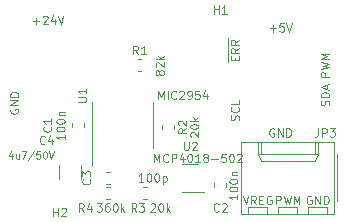
<source format=gto>
G04 #@! TF.GenerationSoftware,KiCad,Pcbnew,5.1.8-db9833491~87~ubuntu20.04.1*
G04 #@! TF.CreationDate,2020-12-04T00:25:50+00:00*
G04 #@! TF.ProjectId,LEDsupply,4c454473-7570-4706-9c79-2e6b69636164,rev?*
G04 #@! TF.SameCoordinates,Original*
G04 #@! TF.FileFunction,Legend,Top*
G04 #@! TF.FilePolarity,Positive*
%FSLAX46Y46*%
G04 Gerber Fmt 4.6, Leading zero omitted, Abs format (unit mm)*
G04 Created by KiCad (PCBNEW 5.1.8-db9833491~87~ubuntu20.04.1) date 2020-12-04 00:25:50*
%MOMM*%
%LPD*%
G01*
G04 APERTURE LIST*
%ADD10C,0.110000*%
%ADD11C,0.120000*%
%ADD12C,0.100000*%
G04 APERTURE END LIST*
D10*
X135878000Y-92456666D02*
X135878000Y-91823333D01*
X136475000Y-92290000D02*
X136475000Y-92056666D01*
X136841666Y-91956666D02*
X136841666Y-92290000D01*
X136141666Y-92290000D01*
X136141666Y-91956666D01*
X135878000Y-91823333D02*
X135878000Y-91123333D01*
X136841666Y-91256666D02*
X136508333Y-91490000D01*
X136841666Y-91656666D02*
X136141666Y-91656666D01*
X136141666Y-91390000D01*
X136175000Y-91323333D01*
X136208333Y-91290000D01*
X136275000Y-91256666D01*
X136375000Y-91256666D01*
X136441666Y-91290000D01*
X136475000Y-91323333D01*
X136508333Y-91390000D01*
X136508333Y-91656666D01*
X135878000Y-91123333D02*
X135878000Y-90423333D01*
X136841666Y-90556666D02*
X136508333Y-90790000D01*
X136841666Y-90956666D02*
X136141666Y-90956666D01*
X136141666Y-90690000D01*
X136175000Y-90623333D01*
X136208333Y-90590000D01*
X136275000Y-90556666D01*
X136375000Y-90556666D01*
X136441666Y-90590000D01*
X136475000Y-90623333D01*
X136508333Y-90690000D01*
X136508333Y-90956666D01*
X136808333Y-97353333D02*
X136841666Y-97253333D01*
X136841666Y-97086666D01*
X136808333Y-97020000D01*
X136775000Y-96986666D01*
X136708333Y-96953333D01*
X136641666Y-96953333D01*
X136575000Y-96986666D01*
X136541666Y-97020000D01*
X136508333Y-97086666D01*
X136475000Y-97220000D01*
X136441666Y-97286666D01*
X136408333Y-97320000D01*
X136341666Y-97353333D01*
X136275000Y-97353333D01*
X136208333Y-97320000D01*
X136175000Y-97286666D01*
X136141666Y-97220000D01*
X136141666Y-97053333D01*
X136175000Y-96953333D01*
X136775000Y-96253333D02*
X136808333Y-96286666D01*
X136841666Y-96386666D01*
X136841666Y-96453333D01*
X136808333Y-96553333D01*
X136741666Y-96620000D01*
X136675000Y-96653333D01*
X136541666Y-96686666D01*
X136441666Y-96686666D01*
X136308333Y-96653333D01*
X136241666Y-96620000D01*
X136175000Y-96553333D01*
X136141666Y-96453333D01*
X136141666Y-96386666D01*
X136175000Y-96286666D01*
X136208333Y-96253333D01*
X136841666Y-95620000D02*
X136841666Y-95953333D01*
X136141666Y-95953333D01*
X139801666Y-98075000D02*
X139735000Y-98041666D01*
X139635000Y-98041666D01*
X139535000Y-98075000D01*
X139468333Y-98141666D01*
X139435000Y-98208333D01*
X139401666Y-98341666D01*
X139401666Y-98441666D01*
X139435000Y-98575000D01*
X139468333Y-98641666D01*
X139535000Y-98708333D01*
X139635000Y-98741666D01*
X139701666Y-98741666D01*
X139801666Y-98708333D01*
X139835000Y-98675000D01*
X139835000Y-98441666D01*
X139701666Y-98441666D01*
X140135000Y-98741666D02*
X140135000Y-98041666D01*
X140535000Y-98741666D01*
X140535000Y-98041666D01*
X140868333Y-98741666D02*
X140868333Y-98041666D01*
X141035000Y-98041666D01*
X141135000Y-98075000D01*
X141201666Y-98141666D01*
X141235000Y-98208333D01*
X141268333Y-98341666D01*
X141268333Y-98441666D01*
X141235000Y-98575000D01*
X141201666Y-98641666D01*
X141135000Y-98708333D01*
X141035000Y-98741666D01*
X140868333Y-98741666D01*
X144428333Y-96100000D02*
X144461666Y-96000000D01*
X144461666Y-95833333D01*
X144428333Y-95766666D01*
X144395000Y-95733333D01*
X144328333Y-95700000D01*
X144261666Y-95700000D01*
X144195000Y-95733333D01*
X144161666Y-95766666D01*
X144128333Y-95833333D01*
X144095000Y-95966666D01*
X144061666Y-96033333D01*
X144028333Y-96066666D01*
X143961666Y-96100000D01*
X143895000Y-96100000D01*
X143828333Y-96066666D01*
X143795000Y-96033333D01*
X143761666Y-95966666D01*
X143761666Y-95800000D01*
X143795000Y-95700000D01*
X144461666Y-95400000D02*
X143761666Y-95400000D01*
X143761666Y-95233333D01*
X143795000Y-95133333D01*
X143861666Y-95066666D01*
X143928333Y-95033333D01*
X144061666Y-95000000D01*
X144161666Y-95000000D01*
X144295000Y-95033333D01*
X144361666Y-95066666D01*
X144428333Y-95133333D01*
X144461666Y-95233333D01*
X144461666Y-95400000D01*
X144261666Y-94733333D02*
X144261666Y-94400000D01*
X144461666Y-94800000D02*
X143761666Y-94566666D01*
X144461666Y-94333333D01*
X144461666Y-93693333D02*
X143761666Y-93693333D01*
X143761666Y-93426666D01*
X143795000Y-93360000D01*
X143828333Y-93326666D01*
X143895000Y-93293333D01*
X143995000Y-93293333D01*
X144061666Y-93326666D01*
X144095000Y-93360000D01*
X144128333Y-93426666D01*
X144128333Y-93693333D01*
X143761666Y-93060000D02*
X144461666Y-92893333D01*
X143961666Y-92760000D01*
X144461666Y-92626666D01*
X143761666Y-92460000D01*
X144461666Y-92193333D02*
X143761666Y-92193333D01*
X144261666Y-91960000D01*
X143761666Y-91726666D01*
X144461666Y-91726666D01*
X139435000Y-89585000D02*
X139968333Y-89585000D01*
X139701666Y-89851666D02*
X139701666Y-89318333D01*
X140635000Y-89151666D02*
X140301666Y-89151666D01*
X140268333Y-89485000D01*
X140301666Y-89451666D01*
X140368333Y-89418333D01*
X140535000Y-89418333D01*
X140601666Y-89451666D01*
X140635000Y-89485000D01*
X140668333Y-89551666D01*
X140668333Y-89718333D01*
X140635000Y-89785000D01*
X140601666Y-89818333D01*
X140535000Y-89851666D01*
X140368333Y-89851666D01*
X140301666Y-89818333D01*
X140268333Y-89785000D01*
X140868333Y-89151666D02*
X141101666Y-89851666D01*
X141335000Y-89151666D01*
X142976666Y-103790000D02*
X142910000Y-103756666D01*
X142810000Y-103756666D01*
X142710000Y-103790000D01*
X142643333Y-103856666D01*
X142610000Y-103923333D01*
X142576666Y-104056666D01*
X142576666Y-104156666D01*
X142610000Y-104290000D01*
X142643333Y-104356666D01*
X142710000Y-104423333D01*
X142810000Y-104456666D01*
X142876666Y-104456666D01*
X142976666Y-104423333D01*
X143010000Y-104390000D01*
X143010000Y-104156666D01*
X142876666Y-104156666D01*
X143310000Y-104456666D02*
X143310000Y-103756666D01*
X143710000Y-104456666D01*
X143710000Y-103756666D01*
X144043333Y-104456666D02*
X144043333Y-103756666D01*
X144210000Y-103756666D01*
X144310000Y-103790000D01*
X144376666Y-103856666D01*
X144410000Y-103923333D01*
X144443333Y-104056666D01*
X144443333Y-104156666D01*
X144410000Y-104290000D01*
X144376666Y-104356666D01*
X144310000Y-104423333D01*
X144210000Y-104456666D01*
X144043333Y-104456666D01*
X139986666Y-104456666D02*
X139986666Y-103756666D01*
X140253333Y-103756666D01*
X140320000Y-103790000D01*
X140353333Y-103823333D01*
X140386666Y-103890000D01*
X140386666Y-103990000D01*
X140353333Y-104056666D01*
X140320000Y-104090000D01*
X140253333Y-104123333D01*
X139986666Y-104123333D01*
X140620000Y-103756666D02*
X140786666Y-104456666D01*
X140920000Y-103956666D01*
X141053333Y-104456666D01*
X141220000Y-103756666D01*
X141486666Y-104456666D02*
X141486666Y-103756666D01*
X141720000Y-104256666D01*
X141953333Y-103756666D01*
X141953333Y-104456666D01*
X137180000Y-103756666D02*
X137413333Y-104456666D01*
X137646666Y-103756666D01*
X138280000Y-104456666D02*
X138046666Y-104123333D01*
X137880000Y-104456666D02*
X137880000Y-103756666D01*
X138146666Y-103756666D01*
X138213333Y-103790000D01*
X138246666Y-103823333D01*
X138280000Y-103890000D01*
X138280000Y-103990000D01*
X138246666Y-104056666D01*
X138213333Y-104090000D01*
X138146666Y-104123333D01*
X137880000Y-104123333D01*
X138580000Y-104090000D02*
X138813333Y-104090000D01*
X138913333Y-104456666D02*
X138580000Y-104456666D01*
X138580000Y-103756666D01*
X138913333Y-103756666D01*
X139580000Y-103790000D02*
X139513333Y-103756666D01*
X139413333Y-103756666D01*
X139313333Y-103790000D01*
X139246666Y-103856666D01*
X139213333Y-103923333D01*
X139180000Y-104056666D01*
X139180000Y-104156666D01*
X139213333Y-104290000D01*
X139246666Y-104356666D01*
X139313333Y-104423333D01*
X139413333Y-104456666D01*
X139480000Y-104456666D01*
X139580000Y-104423333D01*
X139613333Y-104390000D01*
X139613333Y-104156666D01*
X139480000Y-104156666D01*
X117506000Y-96418333D02*
X117472666Y-96485000D01*
X117472666Y-96585000D01*
X117506000Y-96685000D01*
X117572666Y-96751666D01*
X117639333Y-96785000D01*
X117772666Y-96818333D01*
X117872666Y-96818333D01*
X118006000Y-96785000D01*
X118072666Y-96751666D01*
X118139333Y-96685000D01*
X118172666Y-96585000D01*
X118172666Y-96518333D01*
X118139333Y-96418333D01*
X118106000Y-96385000D01*
X117872666Y-96385000D01*
X117872666Y-96518333D01*
X118172666Y-96085000D02*
X117472666Y-96085000D01*
X118172666Y-95685000D01*
X117472666Y-95685000D01*
X118172666Y-95351666D02*
X117472666Y-95351666D01*
X117472666Y-95185000D01*
X117506000Y-95085000D01*
X117572666Y-95018333D01*
X117639333Y-94985000D01*
X117772666Y-94951666D01*
X117872666Y-94951666D01*
X118006000Y-94985000D01*
X118072666Y-95018333D01*
X118139333Y-95085000D01*
X118172666Y-95185000D01*
X118172666Y-95351666D01*
X119416666Y-88950000D02*
X119950000Y-88950000D01*
X119683333Y-89216666D02*
X119683333Y-88683333D01*
X120250000Y-88583333D02*
X120283333Y-88550000D01*
X120350000Y-88516666D01*
X120516666Y-88516666D01*
X120583333Y-88550000D01*
X120616666Y-88583333D01*
X120650000Y-88650000D01*
X120650000Y-88716666D01*
X120616666Y-88816666D01*
X120216666Y-89216666D01*
X120650000Y-89216666D01*
X121250000Y-88750000D02*
X121250000Y-89216666D01*
X121083333Y-88483333D02*
X120916666Y-88983333D01*
X121350000Y-88983333D01*
X121516666Y-88516666D02*
X121750000Y-89216666D01*
X121983333Y-88516666D01*
D11*
G04 #@! TO.C,JP3*
X144890000Y-105265000D02*
X144890000Y-99245000D01*
X144890000Y-99245000D02*
X137050000Y-99245000D01*
X137050000Y-99245000D02*
X137050000Y-105265000D01*
X137050000Y-105265000D02*
X144890000Y-105265000D01*
X145180000Y-104235000D02*
X145180000Y-100235000D01*
X143510000Y-99245000D02*
X143510000Y-100245000D01*
X143510000Y-100245000D02*
X138430000Y-100245000D01*
X138430000Y-100245000D02*
X138430000Y-99245000D01*
X143510000Y-100245000D02*
X143260000Y-100775000D01*
X143260000Y-100775000D02*
X138680000Y-100775000D01*
X138680000Y-100775000D02*
X138430000Y-100245000D01*
X143260000Y-99245000D02*
X143260000Y-100245000D01*
X138680000Y-99245000D02*
X138680000Y-100245000D01*
X144310000Y-105265000D02*
X144310000Y-104665000D01*
X144310000Y-104665000D02*
X142710000Y-104665000D01*
X142710000Y-104665000D02*
X142710000Y-105265000D01*
X141770000Y-105265000D02*
X141770000Y-104665000D01*
X141770000Y-104665000D02*
X140170000Y-104665000D01*
X140170000Y-104665000D02*
X140170000Y-105265000D01*
X139230000Y-105265000D02*
X139230000Y-104665000D01*
X139230000Y-104665000D02*
X137630000Y-104665000D01*
X137630000Y-104665000D02*
X137630000Y-105265000D01*
G04 #@! TO.C,C1*
X123700000Y-97627221D02*
X123700000Y-97952779D01*
X122680000Y-97627221D02*
X122680000Y-97952779D01*
G04 #@! TO.C,C2*
X134745000Y-103032779D02*
X134745000Y-102707221D01*
X135765000Y-103032779D02*
X135765000Y-102707221D01*
G04 #@! TO.C,C3*
X125567221Y-102745000D02*
X125892779Y-102745000D01*
X125567221Y-101725000D02*
X125892779Y-101725000D01*
G04 #@! TO.C,C4*
X123465000Y-102332064D02*
X123465000Y-101127936D01*
X121645000Y-102332064D02*
X121645000Y-101127936D01*
G04 #@! TO.C,R1*
X128259721Y-93220000D02*
X128585279Y-93220000D01*
X128259721Y-92200000D02*
X128585279Y-92200000D01*
G04 #@! TO.C,R2*
X131320000Y-97779721D02*
X131320000Y-98105279D01*
X130300000Y-97779721D02*
X130300000Y-98105279D01*
G04 #@! TO.C,R3*
X128742221Y-102995000D02*
X129067779Y-102995000D01*
X128742221Y-104015000D02*
X129067779Y-104015000D01*
G04 #@! TO.C,R4*
X125567221Y-104015000D02*
X125892779Y-104015000D01*
X125567221Y-102995000D02*
X125892779Y-102995000D01*
G04 #@! TO.C,U1*
X124440000Y-97790000D02*
X124440000Y-101240000D01*
X124440000Y-97790000D02*
X124440000Y-95840000D01*
X129560000Y-97790000D02*
X129560000Y-99740000D01*
X129560000Y-97790000D02*
X129560000Y-95840000D01*
G04 #@! TO.C,U2*
X133415000Y-101075000D02*
X132015000Y-101075000D01*
X132015000Y-103395000D02*
X133915000Y-103395000D01*
G04 #@! TO.C,JP3*
D10*
X143561666Y-98041666D02*
X143561666Y-98541666D01*
X143528333Y-98641666D01*
X143461666Y-98708333D01*
X143361666Y-98741666D01*
X143295000Y-98741666D01*
X143895000Y-98741666D02*
X143895000Y-98041666D01*
X144161666Y-98041666D01*
X144228333Y-98075000D01*
X144261666Y-98108333D01*
X144295000Y-98175000D01*
X144295000Y-98275000D01*
X144261666Y-98341666D01*
X144228333Y-98375000D01*
X144161666Y-98408333D01*
X143895000Y-98408333D01*
X144528333Y-98041666D02*
X144961666Y-98041666D01*
X144728333Y-98308333D01*
X144828333Y-98308333D01*
X144895000Y-98341666D01*
X144928333Y-98375000D01*
X144961666Y-98441666D01*
X144961666Y-98608333D01*
X144928333Y-98675000D01*
X144895000Y-98708333D01*
X144828333Y-98741666D01*
X144628333Y-98741666D01*
X144561666Y-98708333D01*
X144528333Y-98675000D01*
G04 #@! TO.C,H2*
X121132666Y-105472666D02*
X121132666Y-104772666D01*
X121132666Y-105106000D02*
X121532666Y-105106000D01*
X121532666Y-105472666D02*
X121532666Y-104772666D01*
X121832666Y-104839333D02*
X121866000Y-104806000D01*
X121932666Y-104772666D01*
X122099333Y-104772666D01*
X122166000Y-104806000D01*
X122199333Y-104839333D01*
X122232666Y-104906000D01*
X122232666Y-104972666D01*
X122199333Y-105072666D01*
X121799333Y-105472666D01*
X122232666Y-105472666D01*
G04 #@! TO.C,H1*
X134721666Y-88327666D02*
X134721666Y-87627666D01*
X134721666Y-87961000D02*
X135121666Y-87961000D01*
X135121666Y-88327666D02*
X135121666Y-87627666D01*
X135821666Y-88327666D02*
X135421666Y-88327666D01*
X135621666Y-88327666D02*
X135621666Y-87627666D01*
X135555000Y-87727666D01*
X135488333Y-87794333D01*
X135421666Y-87827666D01*
G04 #@! TO.C,C1*
X120900000Y-97906666D02*
X120933333Y-97940000D01*
X120966666Y-98040000D01*
X120966666Y-98106666D01*
X120933333Y-98206666D01*
X120866666Y-98273333D01*
X120800000Y-98306666D01*
X120666666Y-98340000D01*
X120566666Y-98340000D01*
X120433333Y-98306666D01*
X120366666Y-98273333D01*
X120300000Y-98206666D01*
X120266666Y-98106666D01*
X120266666Y-98040000D01*
X120300000Y-97940000D01*
X120333333Y-97906666D01*
X120966666Y-97240000D02*
X120966666Y-97640000D01*
X120966666Y-97440000D02*
X120266666Y-97440000D01*
X120366666Y-97506666D01*
X120433333Y-97573333D01*
X120466666Y-97640000D01*
X122076666Y-98573333D02*
X122076666Y-98973333D01*
X122076666Y-98773333D02*
X121376666Y-98773333D01*
X121476666Y-98840000D01*
X121543333Y-98906666D01*
X121576666Y-98973333D01*
X121376666Y-98140000D02*
X121376666Y-98073333D01*
X121410000Y-98006666D01*
X121443333Y-97973333D01*
X121510000Y-97940000D01*
X121643333Y-97906666D01*
X121810000Y-97906666D01*
X121943333Y-97940000D01*
X122010000Y-97973333D01*
X122043333Y-98006666D01*
X122076666Y-98073333D01*
X122076666Y-98140000D01*
X122043333Y-98206666D01*
X122010000Y-98240000D01*
X121943333Y-98273333D01*
X121810000Y-98306666D01*
X121643333Y-98306666D01*
X121510000Y-98273333D01*
X121443333Y-98240000D01*
X121410000Y-98206666D01*
X121376666Y-98140000D01*
X121376666Y-97473333D02*
X121376666Y-97406666D01*
X121410000Y-97340000D01*
X121443333Y-97306666D01*
X121510000Y-97273333D01*
X121643333Y-97240000D01*
X121810000Y-97240000D01*
X121943333Y-97273333D01*
X122010000Y-97306666D01*
X122043333Y-97340000D01*
X122076666Y-97406666D01*
X122076666Y-97473333D01*
X122043333Y-97540000D01*
X122010000Y-97573333D01*
X121943333Y-97606666D01*
X121810000Y-97640000D01*
X121643333Y-97640000D01*
X121510000Y-97606666D01*
X121443333Y-97573333D01*
X121410000Y-97540000D01*
X121376666Y-97473333D01*
X121610000Y-96940000D02*
X122076666Y-96940000D01*
X121676666Y-96940000D02*
X121643333Y-96906666D01*
X121610000Y-96840000D01*
X121610000Y-96740000D01*
X121643333Y-96673333D01*
X121710000Y-96640000D01*
X122076666Y-96640000D01*
G04 #@! TO.C,C2*
X135138333Y-105025000D02*
X135105000Y-105058333D01*
X135005000Y-105091666D01*
X134938333Y-105091666D01*
X134838333Y-105058333D01*
X134771666Y-104991666D01*
X134738333Y-104925000D01*
X134705000Y-104791666D01*
X134705000Y-104691666D01*
X134738333Y-104558333D01*
X134771666Y-104491666D01*
X134838333Y-104425000D01*
X134938333Y-104391666D01*
X135005000Y-104391666D01*
X135105000Y-104425000D01*
X135138333Y-104458333D01*
X135405000Y-104458333D02*
X135438333Y-104425000D01*
X135505000Y-104391666D01*
X135671666Y-104391666D01*
X135738333Y-104425000D01*
X135771666Y-104458333D01*
X135805000Y-104525000D01*
X135805000Y-104591666D01*
X135771666Y-104691666D01*
X135371666Y-105091666D01*
X135805000Y-105091666D01*
X136714666Y-103653333D02*
X136714666Y-104053333D01*
X136714666Y-103853333D02*
X136014666Y-103853333D01*
X136114666Y-103920000D01*
X136181333Y-103986666D01*
X136214666Y-104053333D01*
X136014666Y-103220000D02*
X136014666Y-103153333D01*
X136048000Y-103086666D01*
X136081333Y-103053333D01*
X136148000Y-103020000D01*
X136281333Y-102986666D01*
X136448000Y-102986666D01*
X136581333Y-103020000D01*
X136648000Y-103053333D01*
X136681333Y-103086666D01*
X136714666Y-103153333D01*
X136714666Y-103220000D01*
X136681333Y-103286666D01*
X136648000Y-103320000D01*
X136581333Y-103353333D01*
X136448000Y-103386666D01*
X136281333Y-103386666D01*
X136148000Y-103353333D01*
X136081333Y-103320000D01*
X136048000Y-103286666D01*
X136014666Y-103220000D01*
X136014666Y-102553333D02*
X136014666Y-102486666D01*
X136048000Y-102420000D01*
X136081333Y-102386666D01*
X136148000Y-102353333D01*
X136281333Y-102320000D01*
X136448000Y-102320000D01*
X136581333Y-102353333D01*
X136648000Y-102386666D01*
X136681333Y-102420000D01*
X136714666Y-102486666D01*
X136714666Y-102553333D01*
X136681333Y-102620000D01*
X136648000Y-102653333D01*
X136581333Y-102686666D01*
X136448000Y-102720000D01*
X136281333Y-102720000D01*
X136148000Y-102686666D01*
X136081333Y-102653333D01*
X136048000Y-102620000D01*
X136014666Y-102553333D01*
X136248000Y-102020000D02*
X136714666Y-102020000D01*
X136314666Y-102020000D02*
X136281333Y-101986666D01*
X136248000Y-101920000D01*
X136248000Y-101820000D01*
X136281333Y-101753333D01*
X136348000Y-101720000D01*
X136714666Y-101720000D01*
G04 #@! TO.C,C3*
X124202000Y-102351666D02*
X124235333Y-102385000D01*
X124268666Y-102485000D01*
X124268666Y-102551666D01*
X124235333Y-102651666D01*
X124168666Y-102718333D01*
X124102000Y-102751666D01*
X123968666Y-102785000D01*
X123868666Y-102785000D01*
X123735333Y-102751666D01*
X123668666Y-102718333D01*
X123602000Y-102651666D01*
X123568666Y-102551666D01*
X123568666Y-102485000D01*
X123602000Y-102385000D01*
X123635333Y-102351666D01*
X123568666Y-102118333D02*
X123568666Y-101685000D01*
X123835333Y-101918333D01*
X123835333Y-101818333D01*
X123868666Y-101751666D01*
X123902000Y-101718333D01*
X123968666Y-101685000D01*
X124135333Y-101685000D01*
X124202000Y-101718333D01*
X124235333Y-101751666D01*
X124268666Y-101818333D01*
X124268666Y-102018333D01*
X124235333Y-102085000D01*
X124202000Y-102118333D01*
X128756666Y-102551666D02*
X128356666Y-102551666D01*
X128556666Y-102551666D02*
X128556666Y-101851666D01*
X128490000Y-101951666D01*
X128423333Y-102018333D01*
X128356666Y-102051666D01*
X129190000Y-101851666D02*
X129256666Y-101851666D01*
X129323333Y-101885000D01*
X129356666Y-101918333D01*
X129390000Y-101985000D01*
X129423333Y-102118333D01*
X129423333Y-102285000D01*
X129390000Y-102418333D01*
X129356666Y-102485000D01*
X129323333Y-102518333D01*
X129256666Y-102551666D01*
X129190000Y-102551666D01*
X129123333Y-102518333D01*
X129090000Y-102485000D01*
X129056666Y-102418333D01*
X129023333Y-102285000D01*
X129023333Y-102118333D01*
X129056666Y-101985000D01*
X129090000Y-101918333D01*
X129123333Y-101885000D01*
X129190000Y-101851666D01*
X129856666Y-101851666D02*
X129923333Y-101851666D01*
X129990000Y-101885000D01*
X130023333Y-101918333D01*
X130056666Y-101985000D01*
X130090000Y-102118333D01*
X130090000Y-102285000D01*
X130056666Y-102418333D01*
X130023333Y-102485000D01*
X129990000Y-102518333D01*
X129923333Y-102551666D01*
X129856666Y-102551666D01*
X129790000Y-102518333D01*
X129756666Y-102485000D01*
X129723333Y-102418333D01*
X129690000Y-102285000D01*
X129690000Y-102118333D01*
X129723333Y-101985000D01*
X129756666Y-101918333D01*
X129790000Y-101885000D01*
X129856666Y-101851666D01*
X130390000Y-102085000D02*
X130390000Y-102785000D01*
X130390000Y-102118333D02*
X130456666Y-102085000D01*
X130590000Y-102085000D01*
X130656666Y-102118333D01*
X130690000Y-102151666D01*
X130723333Y-102218333D01*
X130723333Y-102418333D01*
X130690000Y-102485000D01*
X130656666Y-102518333D01*
X130590000Y-102551666D01*
X130456666Y-102551666D01*
X130390000Y-102518333D01*
G04 #@! TO.C,C4*
X120413500Y-99310000D02*
X120380166Y-99343333D01*
X120280166Y-99376666D01*
X120213500Y-99376666D01*
X120113500Y-99343333D01*
X120046833Y-99276666D01*
X120013500Y-99210000D01*
X119980166Y-99076666D01*
X119980166Y-98976666D01*
X120013500Y-98843333D01*
X120046833Y-98776666D01*
X120113500Y-98710000D01*
X120213500Y-98676666D01*
X120280166Y-98676666D01*
X120380166Y-98710000D01*
X120413500Y-98743333D01*
X121013500Y-98910000D02*
X121013500Y-99376666D01*
X120846833Y-98643333D02*
X120680166Y-99143333D01*
X121113500Y-99143333D01*
D12*
X117648571Y-100201428D02*
X117648571Y-100601428D01*
X117505714Y-99972857D02*
X117362857Y-100401428D01*
X117734285Y-100401428D01*
X118220000Y-100201428D02*
X118220000Y-100601428D01*
X117962857Y-100201428D02*
X117962857Y-100515714D01*
X117991428Y-100572857D01*
X118048571Y-100601428D01*
X118134285Y-100601428D01*
X118191428Y-100572857D01*
X118220000Y-100544285D01*
X118448571Y-100001428D02*
X118848571Y-100001428D01*
X118591428Y-100601428D01*
X119505714Y-99972857D02*
X118991428Y-100744285D01*
X119991428Y-100001428D02*
X119705714Y-100001428D01*
X119677142Y-100287142D01*
X119705714Y-100258571D01*
X119762857Y-100230000D01*
X119905714Y-100230000D01*
X119962857Y-100258571D01*
X119991428Y-100287142D01*
X120020000Y-100344285D01*
X120020000Y-100487142D01*
X119991428Y-100544285D01*
X119962857Y-100572857D01*
X119905714Y-100601428D01*
X119762857Y-100601428D01*
X119705714Y-100572857D01*
X119677142Y-100544285D01*
X120391428Y-100001428D02*
X120448571Y-100001428D01*
X120505714Y-100030000D01*
X120534285Y-100058571D01*
X120562857Y-100115714D01*
X120591428Y-100230000D01*
X120591428Y-100372857D01*
X120562857Y-100487142D01*
X120534285Y-100544285D01*
X120505714Y-100572857D01*
X120448571Y-100601428D01*
X120391428Y-100601428D01*
X120334285Y-100572857D01*
X120305714Y-100544285D01*
X120277142Y-100487142D01*
X120248571Y-100372857D01*
X120248571Y-100230000D01*
X120277142Y-100115714D01*
X120305714Y-100058571D01*
X120334285Y-100030000D01*
X120391428Y-100001428D01*
X120762857Y-100001428D02*
X120962857Y-100601428D01*
X121162857Y-100001428D01*
G04 #@! TO.C,R1*
D10*
X128305833Y-91756666D02*
X128072500Y-91423333D01*
X127905833Y-91756666D02*
X127905833Y-91056666D01*
X128172500Y-91056666D01*
X128239166Y-91090000D01*
X128272500Y-91123333D01*
X128305833Y-91190000D01*
X128305833Y-91290000D01*
X128272500Y-91356666D01*
X128239166Y-91390000D01*
X128172500Y-91423333D01*
X127905833Y-91423333D01*
X128972500Y-91756666D02*
X128572500Y-91756666D01*
X128772500Y-91756666D02*
X128772500Y-91056666D01*
X128705833Y-91156666D01*
X128639166Y-91223333D01*
X128572500Y-91256666D01*
X130091666Y-93393333D02*
X130058333Y-93460000D01*
X130025000Y-93493333D01*
X129958333Y-93526666D01*
X129925000Y-93526666D01*
X129858333Y-93493333D01*
X129825000Y-93460000D01*
X129791666Y-93393333D01*
X129791666Y-93260000D01*
X129825000Y-93193333D01*
X129858333Y-93160000D01*
X129925000Y-93126666D01*
X129958333Y-93126666D01*
X130025000Y-93160000D01*
X130058333Y-93193333D01*
X130091666Y-93260000D01*
X130091666Y-93393333D01*
X130125000Y-93460000D01*
X130158333Y-93493333D01*
X130225000Y-93526666D01*
X130358333Y-93526666D01*
X130425000Y-93493333D01*
X130458333Y-93460000D01*
X130491666Y-93393333D01*
X130491666Y-93260000D01*
X130458333Y-93193333D01*
X130425000Y-93160000D01*
X130358333Y-93126666D01*
X130225000Y-93126666D01*
X130158333Y-93160000D01*
X130125000Y-93193333D01*
X130091666Y-93260000D01*
X129858333Y-92860000D02*
X129825000Y-92826666D01*
X129791666Y-92760000D01*
X129791666Y-92593333D01*
X129825000Y-92526666D01*
X129858333Y-92493333D01*
X129925000Y-92460000D01*
X129991666Y-92460000D01*
X130091666Y-92493333D01*
X130491666Y-92893333D01*
X130491666Y-92460000D01*
X130491666Y-92160000D02*
X129791666Y-92160000D01*
X130225000Y-92093333D02*
X130491666Y-91893333D01*
X130025000Y-91893333D02*
X130291666Y-92160000D01*
G04 #@! TO.C,R2*
X132396666Y-98059166D02*
X132063333Y-98292500D01*
X132396666Y-98459166D02*
X131696666Y-98459166D01*
X131696666Y-98192500D01*
X131730000Y-98125833D01*
X131763333Y-98092500D01*
X131830000Y-98059166D01*
X131930000Y-98059166D01*
X131996666Y-98092500D01*
X132030000Y-98125833D01*
X132063333Y-98192500D01*
X132063333Y-98459166D01*
X131763333Y-97792500D02*
X131730000Y-97759166D01*
X131696666Y-97692500D01*
X131696666Y-97525833D01*
X131730000Y-97459166D01*
X131763333Y-97425833D01*
X131830000Y-97392500D01*
X131896666Y-97392500D01*
X131996666Y-97425833D01*
X132396666Y-97825833D01*
X132396666Y-97392500D01*
X132779333Y-98759166D02*
X132746000Y-98725833D01*
X132712666Y-98659166D01*
X132712666Y-98492500D01*
X132746000Y-98425833D01*
X132779333Y-98392500D01*
X132846000Y-98359166D01*
X132912666Y-98359166D01*
X133012666Y-98392500D01*
X133412666Y-98792500D01*
X133412666Y-98359166D01*
X132712666Y-97925833D02*
X132712666Y-97859166D01*
X132746000Y-97792500D01*
X132779333Y-97759166D01*
X132846000Y-97725833D01*
X132979333Y-97692500D01*
X133146000Y-97692500D01*
X133279333Y-97725833D01*
X133346000Y-97759166D01*
X133379333Y-97792500D01*
X133412666Y-97859166D01*
X133412666Y-97925833D01*
X133379333Y-97992500D01*
X133346000Y-98025833D01*
X133279333Y-98059166D01*
X133146000Y-98092500D01*
X132979333Y-98092500D01*
X132846000Y-98059166D01*
X132779333Y-98025833D01*
X132746000Y-97992500D01*
X132712666Y-97925833D01*
X133412666Y-97392500D02*
X132712666Y-97392500D01*
X133146000Y-97325833D02*
X133412666Y-97125833D01*
X132946000Y-97125833D02*
X133212666Y-97392500D01*
G04 #@! TO.C,R3*
X128153333Y-105091666D02*
X127920000Y-104758333D01*
X127753333Y-105091666D02*
X127753333Y-104391666D01*
X128020000Y-104391666D01*
X128086666Y-104425000D01*
X128120000Y-104458333D01*
X128153333Y-104525000D01*
X128153333Y-104625000D01*
X128120000Y-104691666D01*
X128086666Y-104725000D01*
X128020000Y-104758333D01*
X127753333Y-104758333D01*
X128386666Y-104391666D02*
X128820000Y-104391666D01*
X128586666Y-104658333D01*
X128686666Y-104658333D01*
X128753333Y-104691666D01*
X128786666Y-104725000D01*
X128820000Y-104791666D01*
X128820000Y-104958333D01*
X128786666Y-105025000D01*
X128753333Y-105058333D01*
X128686666Y-105091666D01*
X128486666Y-105091666D01*
X128420000Y-105058333D01*
X128386666Y-105025000D01*
X129358333Y-104458333D02*
X129391666Y-104425000D01*
X129458333Y-104391666D01*
X129625000Y-104391666D01*
X129691666Y-104425000D01*
X129725000Y-104458333D01*
X129758333Y-104525000D01*
X129758333Y-104591666D01*
X129725000Y-104691666D01*
X129325000Y-105091666D01*
X129758333Y-105091666D01*
X130191666Y-104391666D02*
X130258333Y-104391666D01*
X130325000Y-104425000D01*
X130358333Y-104458333D01*
X130391666Y-104525000D01*
X130425000Y-104658333D01*
X130425000Y-104825000D01*
X130391666Y-104958333D01*
X130358333Y-105025000D01*
X130325000Y-105058333D01*
X130258333Y-105091666D01*
X130191666Y-105091666D01*
X130125000Y-105058333D01*
X130091666Y-105025000D01*
X130058333Y-104958333D01*
X130025000Y-104825000D01*
X130025000Y-104658333D01*
X130058333Y-104525000D01*
X130091666Y-104458333D01*
X130125000Y-104425000D01*
X130191666Y-104391666D01*
X130725000Y-105091666D02*
X130725000Y-104391666D01*
X130791666Y-104825000D02*
X130991666Y-105091666D01*
X130991666Y-104625000D02*
X130725000Y-104891666D01*
G04 #@! TO.C,R4*
X123708333Y-105091666D02*
X123475000Y-104758333D01*
X123308333Y-105091666D02*
X123308333Y-104391666D01*
X123575000Y-104391666D01*
X123641666Y-104425000D01*
X123675000Y-104458333D01*
X123708333Y-104525000D01*
X123708333Y-104625000D01*
X123675000Y-104691666D01*
X123641666Y-104725000D01*
X123575000Y-104758333D01*
X123308333Y-104758333D01*
X124308333Y-104625000D02*
X124308333Y-105091666D01*
X124141666Y-104358333D02*
X123975000Y-104858333D01*
X124408333Y-104858333D01*
X124800666Y-104391666D02*
X125234000Y-104391666D01*
X125000666Y-104658333D01*
X125100666Y-104658333D01*
X125167333Y-104691666D01*
X125200666Y-104725000D01*
X125234000Y-104791666D01*
X125234000Y-104958333D01*
X125200666Y-105025000D01*
X125167333Y-105058333D01*
X125100666Y-105091666D01*
X124900666Y-105091666D01*
X124834000Y-105058333D01*
X124800666Y-105025000D01*
X125834000Y-104391666D02*
X125700666Y-104391666D01*
X125634000Y-104425000D01*
X125600666Y-104458333D01*
X125534000Y-104558333D01*
X125500666Y-104691666D01*
X125500666Y-104958333D01*
X125534000Y-105025000D01*
X125567333Y-105058333D01*
X125634000Y-105091666D01*
X125767333Y-105091666D01*
X125834000Y-105058333D01*
X125867333Y-105025000D01*
X125900666Y-104958333D01*
X125900666Y-104791666D01*
X125867333Y-104725000D01*
X125834000Y-104691666D01*
X125767333Y-104658333D01*
X125634000Y-104658333D01*
X125567333Y-104691666D01*
X125534000Y-104725000D01*
X125500666Y-104791666D01*
X126334000Y-104391666D02*
X126400666Y-104391666D01*
X126467333Y-104425000D01*
X126500666Y-104458333D01*
X126534000Y-104525000D01*
X126567333Y-104658333D01*
X126567333Y-104825000D01*
X126534000Y-104958333D01*
X126500666Y-105025000D01*
X126467333Y-105058333D01*
X126400666Y-105091666D01*
X126334000Y-105091666D01*
X126267333Y-105058333D01*
X126234000Y-105025000D01*
X126200666Y-104958333D01*
X126167333Y-104825000D01*
X126167333Y-104658333D01*
X126200666Y-104525000D01*
X126234000Y-104458333D01*
X126267333Y-104425000D01*
X126334000Y-104391666D01*
X126867333Y-105091666D02*
X126867333Y-104391666D01*
X126934000Y-104825000D02*
X127134000Y-105091666D01*
X127134000Y-104625000D02*
X126867333Y-104891666D01*
G04 #@! TO.C,U1*
X123216666Y-95783333D02*
X123783333Y-95783333D01*
X123850000Y-95750000D01*
X123883333Y-95716666D01*
X123916666Y-95650000D01*
X123916666Y-95516666D01*
X123883333Y-95450000D01*
X123850000Y-95416666D01*
X123783333Y-95383333D01*
X123216666Y-95383333D01*
X123916666Y-94683333D02*
X123916666Y-95083333D01*
X123916666Y-94883333D02*
X123216666Y-94883333D01*
X123316666Y-94950000D01*
X123383333Y-95016666D01*
X123416666Y-95083333D01*
X129996666Y-95566666D02*
X129996666Y-94866666D01*
X130230000Y-95366666D01*
X130463333Y-94866666D01*
X130463333Y-95566666D01*
X130796666Y-95566666D02*
X130796666Y-94866666D01*
X131530000Y-95500000D02*
X131496666Y-95533333D01*
X131396666Y-95566666D01*
X131330000Y-95566666D01*
X131230000Y-95533333D01*
X131163333Y-95466666D01*
X131130000Y-95400000D01*
X131096666Y-95266666D01*
X131096666Y-95166666D01*
X131130000Y-95033333D01*
X131163333Y-94966666D01*
X131230000Y-94900000D01*
X131330000Y-94866666D01*
X131396666Y-94866666D01*
X131496666Y-94900000D01*
X131530000Y-94933333D01*
X131796666Y-94933333D02*
X131830000Y-94900000D01*
X131896666Y-94866666D01*
X132063333Y-94866666D01*
X132130000Y-94900000D01*
X132163333Y-94933333D01*
X132196666Y-95000000D01*
X132196666Y-95066666D01*
X132163333Y-95166666D01*
X131763333Y-95566666D01*
X132196666Y-95566666D01*
X132530000Y-95566666D02*
X132663333Y-95566666D01*
X132730000Y-95533333D01*
X132763333Y-95500000D01*
X132830000Y-95400000D01*
X132863333Y-95266666D01*
X132863333Y-95000000D01*
X132830000Y-94933333D01*
X132796666Y-94900000D01*
X132730000Y-94866666D01*
X132596666Y-94866666D01*
X132530000Y-94900000D01*
X132496666Y-94933333D01*
X132463333Y-95000000D01*
X132463333Y-95166666D01*
X132496666Y-95233333D01*
X132530000Y-95266666D01*
X132596666Y-95300000D01*
X132730000Y-95300000D01*
X132796666Y-95266666D01*
X132830000Y-95233333D01*
X132863333Y-95166666D01*
X133496666Y-94866666D02*
X133163333Y-94866666D01*
X133130000Y-95200000D01*
X133163333Y-95166666D01*
X133230000Y-95133333D01*
X133396666Y-95133333D01*
X133463333Y-95166666D01*
X133496666Y-95200000D01*
X133530000Y-95266666D01*
X133530000Y-95433333D01*
X133496666Y-95500000D01*
X133463333Y-95533333D01*
X133396666Y-95566666D01*
X133230000Y-95566666D01*
X133163333Y-95533333D01*
X133130000Y-95500000D01*
X134130000Y-95100000D02*
X134130000Y-95566666D01*
X133963333Y-94833333D02*
X133796666Y-95333333D01*
X134230000Y-95333333D01*
G04 #@! TO.C,U2*
X132181666Y-99184666D02*
X132181666Y-99751333D01*
X132215000Y-99818000D01*
X132248333Y-99851333D01*
X132315000Y-99884666D01*
X132448333Y-99884666D01*
X132515000Y-99851333D01*
X132548333Y-99818000D01*
X132581666Y-99751333D01*
X132581666Y-99184666D01*
X132881666Y-99251333D02*
X132915000Y-99218000D01*
X132981666Y-99184666D01*
X133148333Y-99184666D01*
X133215000Y-99218000D01*
X133248333Y-99251333D01*
X133281666Y-99318000D01*
X133281666Y-99384666D01*
X133248333Y-99484666D01*
X132848333Y-99884666D01*
X133281666Y-99884666D01*
X129650000Y-100900666D02*
X129650000Y-100200666D01*
X129883333Y-100700666D01*
X130116666Y-100200666D01*
X130116666Y-100900666D01*
X130850000Y-100834000D02*
X130816666Y-100867333D01*
X130716666Y-100900666D01*
X130650000Y-100900666D01*
X130550000Y-100867333D01*
X130483333Y-100800666D01*
X130450000Y-100734000D01*
X130416666Y-100600666D01*
X130416666Y-100500666D01*
X130450000Y-100367333D01*
X130483333Y-100300666D01*
X130550000Y-100234000D01*
X130650000Y-100200666D01*
X130716666Y-100200666D01*
X130816666Y-100234000D01*
X130850000Y-100267333D01*
X131150000Y-100900666D02*
X131150000Y-100200666D01*
X131416666Y-100200666D01*
X131483333Y-100234000D01*
X131516666Y-100267333D01*
X131550000Y-100334000D01*
X131550000Y-100434000D01*
X131516666Y-100500666D01*
X131483333Y-100534000D01*
X131416666Y-100567333D01*
X131150000Y-100567333D01*
X132150000Y-100434000D02*
X132150000Y-100900666D01*
X131983333Y-100167333D02*
X131816666Y-100667333D01*
X132250000Y-100667333D01*
X132650000Y-100200666D02*
X132716666Y-100200666D01*
X132783333Y-100234000D01*
X132816666Y-100267333D01*
X132850000Y-100334000D01*
X132883333Y-100467333D01*
X132883333Y-100634000D01*
X132850000Y-100767333D01*
X132816666Y-100834000D01*
X132783333Y-100867333D01*
X132716666Y-100900666D01*
X132650000Y-100900666D01*
X132583333Y-100867333D01*
X132550000Y-100834000D01*
X132516666Y-100767333D01*
X132483333Y-100634000D01*
X132483333Y-100467333D01*
X132516666Y-100334000D01*
X132550000Y-100267333D01*
X132583333Y-100234000D01*
X132650000Y-100200666D01*
X133550000Y-100900666D02*
X133150000Y-100900666D01*
X133350000Y-100900666D02*
X133350000Y-100200666D01*
X133283333Y-100300666D01*
X133216666Y-100367333D01*
X133150000Y-100400666D01*
X133950000Y-100500666D02*
X133883333Y-100467333D01*
X133850000Y-100434000D01*
X133816666Y-100367333D01*
X133816666Y-100334000D01*
X133850000Y-100267333D01*
X133883333Y-100234000D01*
X133950000Y-100200666D01*
X134083333Y-100200666D01*
X134150000Y-100234000D01*
X134183333Y-100267333D01*
X134216666Y-100334000D01*
X134216666Y-100367333D01*
X134183333Y-100434000D01*
X134150000Y-100467333D01*
X134083333Y-100500666D01*
X133950000Y-100500666D01*
X133883333Y-100534000D01*
X133850000Y-100567333D01*
X133816666Y-100634000D01*
X133816666Y-100767333D01*
X133850000Y-100834000D01*
X133883333Y-100867333D01*
X133950000Y-100900666D01*
X134083333Y-100900666D01*
X134150000Y-100867333D01*
X134183333Y-100834000D01*
X134216666Y-100767333D01*
X134216666Y-100634000D01*
X134183333Y-100567333D01*
X134150000Y-100534000D01*
X134083333Y-100500666D01*
X134516666Y-100634000D02*
X135050000Y-100634000D01*
X135716666Y-100200666D02*
X135383333Y-100200666D01*
X135350000Y-100534000D01*
X135383333Y-100500666D01*
X135450000Y-100467333D01*
X135616666Y-100467333D01*
X135683333Y-100500666D01*
X135716666Y-100534000D01*
X135750000Y-100600666D01*
X135750000Y-100767333D01*
X135716666Y-100834000D01*
X135683333Y-100867333D01*
X135616666Y-100900666D01*
X135450000Y-100900666D01*
X135383333Y-100867333D01*
X135350000Y-100834000D01*
X136183333Y-100200666D02*
X136250000Y-100200666D01*
X136316666Y-100234000D01*
X136350000Y-100267333D01*
X136383333Y-100334000D01*
X136416666Y-100467333D01*
X136416666Y-100634000D01*
X136383333Y-100767333D01*
X136350000Y-100834000D01*
X136316666Y-100867333D01*
X136250000Y-100900666D01*
X136183333Y-100900666D01*
X136116666Y-100867333D01*
X136083333Y-100834000D01*
X136050000Y-100767333D01*
X136016666Y-100634000D01*
X136016666Y-100467333D01*
X136050000Y-100334000D01*
X136083333Y-100267333D01*
X136116666Y-100234000D01*
X136183333Y-100200666D01*
X136683333Y-100267333D02*
X136716666Y-100234000D01*
X136783333Y-100200666D01*
X136950000Y-100200666D01*
X137016666Y-100234000D01*
X137050000Y-100267333D01*
X137083333Y-100334000D01*
X137083333Y-100400666D01*
X137050000Y-100500666D01*
X136650000Y-100900666D01*
X137083333Y-100900666D01*
G04 #@! TD*
M02*

</source>
